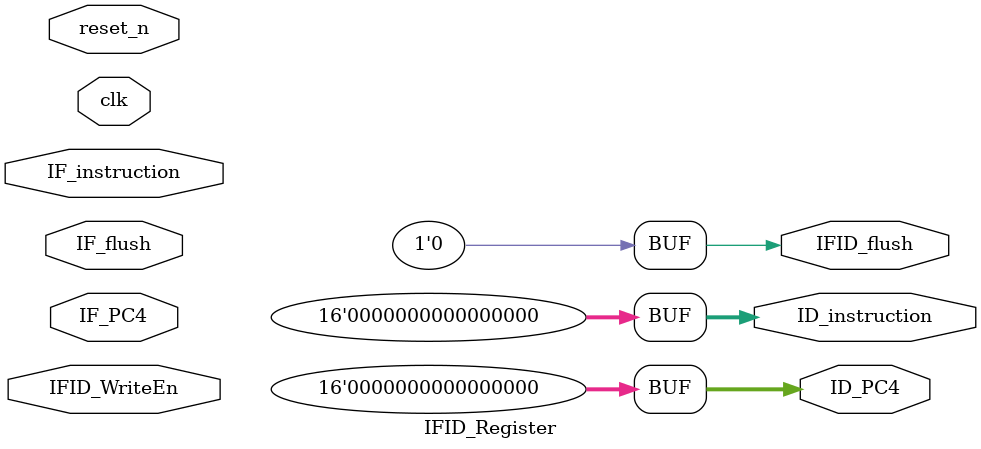
<source format=v>
module IFID_Register(clk, reset_n, IF_PC4, IF_instruction, IF_flush, IFID_WriteEn, ID_PC4, ID_instruction, IFID_flush);
	input clk;
	input reset_n;
	input [15:0] IF_PC4;
	input [15:0] IF_instruction;
	input IF_flush;
	input IFID_WriteEn;
	output reg [15:0] ID_PC4;
	output reg [15:0] ID_instruction;
	output reg IFID_flush;

	always @(reset_n) begin
		ID_PC4 = 16'h0000;
		ID_instruction = 16'h0000;
		IFID_flush = 1'b0;
	end

	always @(posedge clk) begin
		if (IF_flush) begin
			ID_PC4 = 16'h0000;
			ID_instruction = 16'hb000;
		end
		else if (IFID_WriteEn) begin
			ID_PC4 = IF_PC4;
			ID_instruction = IF_instruction;
			IFID_flush = IF_flush;
		end
	end 
endmodule
</source>
